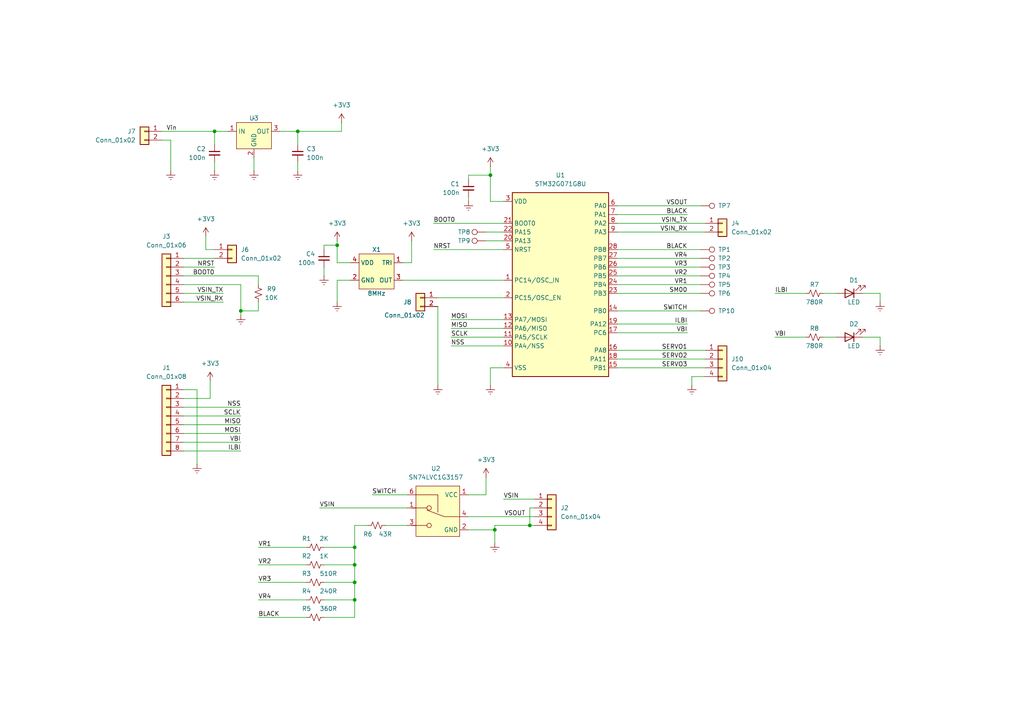
<source format=kicad_sch>
(kicad_sch (version 20250114) (generator "eeschema") (generator_version "9.0")
  (paper "A4")
  (lib_symbols
    (symbol "Connector:TestPoint" (pin_numbers (hide yes)) (pin_names (offset 0.762) (hide yes))
      (property "Reference" "TP" (at 0 6.858 0))
      (property "Value" "TestPoint" (at 0 5.08 0))
      (symbol "TestPoint_0_1"
        (circle (center 0 3.302) (radius 0.762))
      )
      (symbol "TestPoint_1_1"
        (pin passive line (at 0 0 90) (length 2.54) (name "1") (number "1"))
      )
    )
    (symbol "Connector_Generic:Conn_01x02" (pin_names (offset 1.016) (hide yes))
      (property "Reference" "J" (at 0 2.54 0))
      (property "Value" "Conn_01x02" (at 0 -5.08 0))
      (symbol "Conn_01x02_1_1"
        (rectangle (start -1.27 1.27) (end 1.27 -3.81) (stroke (width 0.254)) (fill (type background)))
        (rectangle (start -1.27 0.127) (end 0 -0.127) (stroke (width 0.1524)))
        (rectangle (start -1.27 -2.413) (end 0 -2.667) (stroke (width 0.1524)))
        (pin passive line (at -5.08 0 0) (length 3.81) (name "Pin_1") (number "1"))
        (pin passive line (at -5.08 -2.54 0) (length 3.81) (name "Pin_2") (number "2"))
      )
    )
    (symbol "Connector_Generic:Conn_01x04" (pin_names (offset 1.016) (hide yes))
      (property "Reference" "J" (at 0 5.08 0))
      (property "Value" "Conn_01x04" (at 0 -7.62 0))
      (symbol "Conn_01x04_1_1"
        (rectangle (start -1.27 3.81) (end 1.27 -6.35) (stroke (width 0.254)) (fill (type background)))
        (rectangle (start -1.27 2.667) (end 0 2.413) (stroke (width 0.1524)))
        (rectangle (start -1.27 0.127) (end 0 -0.127) (stroke (width 0.1524)))
        (rectangle (start -1.27 -2.413) (end 0 -2.667) (stroke (width 0.1524)))
        (rectangle (start -1.27 -4.953) (end 0 -5.207) (stroke (width 0.1524)))
        (pin passive line (at -5.08 2.54 0) (length 3.81) (name "Pin_1") (number "1"))
        (pin passive line (at -5.08 0 0) (length 3.81) (name "Pin_2") (number "2"))
        (pin passive line (at -5.08 -2.54 0) (length 3.81) (name "Pin_3") (number "3"))
        (pin passive line (at -5.08 -5.08 0) (length 3.81) (name "Pin_4") (number "4"))
      )
    )
    (symbol "Connector_Generic:Conn_01x06" (pin_names (offset 1.016) (hide yes))
      (property "Reference" "J" (at 0 7.62 0))
      (property "Value" "Conn_01x06" (at 0 -10.16 0))
      (symbol "Conn_01x06_1_1"
        (rectangle (start -1.27 6.35) (end 1.27 -8.89) (stroke (width 0.254)) (fill (type background)))
        (rectangle (start -1.27 5.207) (end 0 4.953) (stroke (width 0.1524)))
        (rectangle (start -1.27 2.667) (end 0 2.413) (stroke (width 0.1524)))
        (rectangle (start -1.27 0.127) (end 0 -0.127) (stroke (width 0.1524)))
        (rectangle (start -1.27 -2.413) (end 0 -2.667) (stroke (width 0.1524)))
        (rectangle (start -1.27 -4.953) (end 0 -5.207) (stroke (width 0.1524)))
        (rectangle (start -1.27 -7.493) (end 0 -7.747) (stroke (width 0.1524)))
        (pin passive line (at -5.08 5.08 0) (length 3.81) (name "Pin_1") (number "1"))
        (pin passive line (at -5.08 2.54 0) (length 3.81) (name "Pin_2") (number "2"))
        (pin passive line (at -5.08 0 0) (length 3.81) (name "Pin_3") (number "3"))
        (pin passive line (at -5.08 -2.54 0) (length 3.81) (name "Pin_4") (number "4"))
        (pin passive line (at -5.08 -5.08 0) (length 3.81) (name "Pin_5") (number "5"))
        (pin passive line (at -5.08 -7.62 0) (length 3.81) (name "Pin_6") (number "6"))
      )
    )
    (symbol "Connector_Generic:Conn_01x08" (pin_names (offset 1.016) (hide yes))
      (property "Reference" "J" (at 0 10.16 0))
      (property "Value" "Conn_01x08" (at 0 -12.7 0))
      (symbol "Conn_01x08_1_1"
        (rectangle (start -1.27 8.89) (end 1.27 -11.43) (stroke (width 0.254)) (fill (type background)))
        (rectangle (start -1.27 7.747) (end 0 7.493) (stroke (width 0.1524)))
        (rectangle (start -1.27 5.207) (end 0 4.953) (stroke (width 0.1524)))
        (rectangle (start -1.27 2.667) (end 0 2.413) (stroke (width 0.1524)))
        (rectangle (start -1.27 0.127) (end 0 -0.127) (stroke (width 0.1524)))
        (rectangle (start -1.27 -2.413) (end 0 -2.667) (stroke (width 0.1524)))
        (rectangle (start -1.27 -4.953) (end 0 -5.207) (stroke (width 0.1524)))
        (rectangle (start -1.27 -7.493) (end 0 -7.747) (stroke (width 0.1524)))
        (rectangle (start -1.27 -10.033) (end 0 -10.287) (stroke (width 0.1524)))
        (pin passive line (at -5.08 7.62 0) (length 3.81) (name "Pin_1") (number "1"))
        (pin passive line (at -5.08 5.08 0) (length 3.81) (name "Pin_2") (number "2"))
        (pin passive line (at -5.08 2.54 0) (length 3.81) (name "Pin_3") (number "3"))
        (pin passive line (at -5.08 0 0) (length 3.81) (name "Pin_4") (number "4"))
        (pin passive line (at -5.08 -2.54 0) (length 3.81) (name "Pin_5") (number "5"))
        (pin passive line (at -5.08 -5.08 0) (length 3.81) (name "Pin_6") (number "6"))
        (pin passive line (at -5.08 -7.62 0) (length 3.81) (name "Pin_7") (number "7"))
        (pin passive line (at -5.08 -10.16 0) (length 3.81) (name "Pin_8") (number "8"))
      )
    )
    (symbol "drm-discrete:Cap" (pin_numbers (hide yes)) (pin_names (offset 0.254) (hide yes))
      (property "Reference" "C" (at 0.254 1.778 0))
      (property "Value" "Cap" (at 0.254 -2.032 0))
      (symbol "Cap_0_1"
        (polyline (pts (xy -1.524 0.508) (xy 1.524 0.508)) (stroke (width 0.3048)))
        (polyline (pts (xy -1.524 -0.508) (xy 1.524 -0.508)) (stroke (width 0.3302)))
      )
      (symbol "Cap_1_1"
        (pin passive line (at 0 2.54 270) (length 2.032) (name "~") (number "1"))
        (pin passive line (at 0 -2.54 90) (length 2.032) (name "~") (number "2"))
      )
    )
    (symbol "drm-discrete:LED" (pin_numbers (hide yes)) (pin_names (offset 1.016) (hide yes))
      (property "Reference" "D" (at 0 2.54 0))
      (property "Value" "LED" (at 0 -2.54 0))
      (symbol "LED_0_1"
        (polyline (pts (xy -3.048 -0.762) (xy -4.572 -2.286) (xy -3.81 -2.286) (xy -4.572 -2.286) (xy -4.572 -1.524)))
        (polyline (pts (xy -1.778 -0.762) (xy -3.302 -2.286) (xy -2.54 -2.286) (xy -3.302 -2.286) (xy -3.302 -1.524)))
        (polyline (pts (xy -1.27 0) (xy 1.27 0)))
        (polyline (pts (xy -1.27 -1.27) (xy -1.27 1.27)) (stroke (width 0.254)))
        (polyline (pts (xy 1.27 -1.27) (xy 1.27 1.27) (xy -1.27 0) (xy 1.27 -1.27)) (stroke (width 0.254)))
      )
      (symbol "LED_1_1"
        (pin passive line (at -3.81 0 0) (length 2.54) (name "K") (number "1"))
        (pin passive line (at 3.81 0 180) (length 2.54) (name "A") (number "2"))
      )
    )
    (symbol "drm-discrete:Resistor" (pin_numbers (hide yes)) (pin_names (offset 0.254) (hide yes))
      (property "Reference" "R" (at 0.762 0.508 0))
      (property "Value" "Resistor" (at 0.762 -1.016 0))
      (symbol "Resistor_1_1"
        (polyline (pts (xy 0 1.524) (xy 1.016 1.143) (xy 0 0.762) (xy -1.016 0.381) (xy 0 0)))
        (polyline (pts (xy 0 0) (xy 1.016 -0.381) (xy 0 -0.762) (xy -1.016 -1.143) (xy 0 -1.524)))
        (pin passive line (at 0 2.54 270) (length 1.016) (name "~") (number "1"))
        (pin passive line (at 0 -2.54 90) (length 1.016) (name "~") (number "2"))
      )
    )
    (symbol "drm-ic:Analog-switch-DPST"
      (property "Reference" "U" (at 0 12.192 0))
      (property "Value" "SN74LVC1G3157" (at 0 9.906 0))
      (symbol "Analog-switch-DPST_0_1"
        (polyline (pts (xy -7.62 1.27) (xy -3.175 1.27)))
        (polyline (pts (xy -7.62 -3.81) (xy -3.175 -3.81)))
        (rectangle (start -6.35 7.62) (end 6.35 -6.985) (stroke (width 0.1524)) (fill (type background)))
        (polyline (pts (xy 6.35 -1.27) (xy 1.905 -1.27) (xy -3.175 0.635)))
      )
      (symbol "Analog-switch-DPST_1_1"
        (polyline (pts (xy -6.35 5.08) (xy 0 5.08) (xy 0 0)))
        (circle (center -2.54 1.27) (radius 0.635))
        (circle (center -2.54 -3.81) (radius 0.635))
        (pin bidirectional line (at -8.89 5.08 0) (length 2.54) (name "") (number "6"))
        (pin bidirectional line (at -8.89 1.27 0) (length 2.54) (name "") (number "1"))
        (pin bidirectional line (at -8.89 -3.81 0) (length 2.54) (name "") (number "3"))
        (pin bidirectional line (at 8.89 5.08 180) (length 2.54) (name "VCC") (number "1"))
        (pin input line (at 8.89 -1.27 180) (length 2.54) (name "") (number "4"))
        (pin bidirectional line (at 8.89 -5.08 180) (length 2.54) (name "GND") (number "2"))
      )
    )
    (symbol "drm-ic:LDO-3-pin"
      (property "Reference" "U" (at -3.556 4.826 0))
      (symbol "LDO-3-pin_0_1"
        (rectangle (start -5.08 3.81) (end 5.08 -3.81) (stroke (width 0.1524)) (fill (type background)))
      )
      (symbol "LDO-3-pin_1_1"
        (pin power_in line (at -7.62 1.27 0) (length 2.54) (name "IN") (number "1"))
        (pin power_in line (at 0 -6.35 90) (length 2.54) (name "GND") (number "2"))
        (pin power_out line (at 7.62 1.27 180) (length 2.54) (name "OUT") (number "3"))
      )
    )
    (symbol "drm-ic:OSC-module"
      (property "Reference" "X" (at -3.302 8.636 0))
      (symbol "OSC-module_0_1"
        (rectangle (start -5.08 5.08) (end 5.08 -5.08) (stroke (width 0.1524)) (fill (type background)))
      )
      (symbol "OSC-module_1_1"
        (pin power_in line (at -7.62 2.54 0) (length 2.54) (name "VDD") (number "4"))
        (pin power_in line (at -7.62 -2.54 0) (length 2.54) (name "GND") (number "2"))
        (pin output line (at 7.62 2.54 180) (length 2.54) (name "TRI") (number "1"))
        (pin output line (at 7.62 -2.54 180) (length 2.54) (name "OUT") (number "3"))
      )
    )
    (symbol "drm-ic:STM32G071G8U"
      (property "Reference" "U" (at -12.192 28.448 0))
      (property "Value" "STM32G071G8U" (at 1.778 28.194 0))
      (symbol "STM32G071G8U_0_1"
        (rectangle (start -13.97 26.67) (end 13.97 -26.67) (stroke (width 0.254)) (fill (type background)))
      )
      (symbol "STM32G071G8U_1_1"
        (pin power_in line (at -16.51 24.13 0) (length 2.54) (name "VDD") (number "3"))
        (pin input line (at -16.51 17.78 0) (length 2.54) (name "BOOT0") (number "21"))
        (pin bidirectional line (at -16.51 15.24 0) (length 2.54) (name "PA15") (number "22"))
        (pin bidirectional line (at -16.51 12.7 0) (length 2.54) (name "PA13") (number "20"))
        (pin input line (at -16.51 10.16 0) (length 2.54) (name "NRST") (number "5"))
        (pin bidirectional line (at -16.51 1.27 0) (length 2.54) (name "PC14/OSC_IN") (number "1"))
        (pin bidirectional line (at -16.51 -3.81 0) (length 2.54) (name "PC15/OSC_EN") (number "2"))
        (pin bidirectional line (at -16.51 -10.16 0) (length 2.54) (name "PA7/MOSI") (number "13"))
        (pin bidirectional line (at -16.51 -12.7 0) (length 2.54) (name "PA6/MISO") (number "12"))
        (pin bidirectional line (at -16.51 -15.24 0) (length 2.54) (name "PA5/SCLK") (number "11"))
        (pin bidirectional line (at -16.51 -17.78 0) (length 2.54) (name "PA4/NSS") (number "10"))
        (pin power_in line (at -16.51 -24.13 0) (length 2.54) (name "VSS") (number "4"))
        (pin bidirectional line (at 16.51 22.86 180) (length 2.54) (name "PA0") (number "6"))
        (pin bidirectional line (at 16.51 20.32 180) (length 2.54) (name "PA1") (number "7"))
        (pin bidirectional line (at 16.51 17.78 180) (length 2.54) (name "PA2") (number "8"))
        (pin bidirectional line (at 16.51 15.24 180) (length 2.54) (name "PA3") (number "9"))
        (pin bidirectional line (at 16.51 10.16 180) (length 2.54) (name "PB8") (number "28"))
        (pin bidirectional line (at 16.51 7.62 180) (length 2.54) (name "PB7") (number "27"))
        (pin bidirectional line (at 16.51 5.08 180) (length 2.54) (name "PB6") (number "26"))
        (pin bidirectional line (at 16.51 2.54 180) (length 2.54) (name "PB5") (number "25"))
        (pin bidirectional line (at 16.51 0 180) (length 2.54) (name "PB4") (number "24"))
        (pin bidirectional line (at 16.51 -2.54 180) (length 2.54) (name "PB3") (number "23"))
        (pin bidirectional line (at 16.51 -7.62 180) (length 2.54) (name "PB0") (number "14"))
        (pin bidirectional line (at 16.51 -11.43 180) (length 2.54) (name "PA12") (number "19"))
        (pin bidirectional line (at 16.51 -13.97 180) (length 2.54) (name "PC6") (number "17"))
        (pin bidirectional line (at 16.51 -19.05 180) (length 2.54) (name "PA8") (number "16"))
        (pin bidirectional line (at 16.51 -21.59 180) (length 2.54) (name "PA11") (number "18"))
        (pin bidirectional line (at 16.51 -24.13 180) (length 2.54) (name "PB1") (number "15"))
      )
    )
    (symbol "power:+3V3" (power) (pin_numbers (hide yes)) (pin_names (offset 0) (hide yes))
      (property "Value" "+3V3" (at 0 3.556 0))
      (symbol "+3V3_0_1"
        (polyline (pts (xy -0.762 1.27) (xy 0 2.54)))
        (polyline (pts (xy 0 2.54) (xy 0.762 1.27)))
        (polyline (pts (xy 0 0) (xy 0 2.54)))
      )
      (symbol "+3V3_1_1"
        (pin power_in line (at 0 0 90) (length 0) (name "~") (number "1"))
      )
    )
    (symbol "power:GNDREF" (power) (pin_numbers (hide yes)) (pin_names (offset 0) (hide yes))
      (property "Value" "GNDREF" (at 0 -3.81 0))
      (symbol "GNDREF_0_1"
        (polyline (pts (xy -0.635 -1.905) (xy 0.635 -1.905)))
        (polyline (pts (xy -0.127 -2.54) (xy 0.127 -2.54)))
        (polyline (pts (xy 0 -1.27) (xy 0 0)))
        (polyline (pts (xy 1.27 -1.27) (xy -1.27 -1.27)))
      )
      (symbol "GNDREF_1_1"
        (pin power_in line (at 0 0 270) (length 0) (name "~") (number "1"))
      )
    )
  )
  (junction (at 102.87 168.91))
  (junction (at 142.24 50.8))
  (junction (at 102.87 173.99))
  (junction (at 153.67 152.4))
  (junction (at 86.36 38.1))
  (junction (at 97.79 71.12))
  (junction (at 62.23 38.1))
  (junction (at 102.87 158.75))
  (junction (at 102.87 163.83))
  (junction (at 143.51 153.67))
  (junction (at 69.85 90.17))
  (wire (pts (xy 92.71 147.32) (xy 118.11 147.32)))
  (wire (pts (xy 107.95 143.51) (xy 118.11 143.51)))
  (wire (pts (xy 74.93 163.83) (xy 88.9 163.83)))
  (wire (pts (xy 238.76 97.79) (xy 242.57 97.79)))
  (wire (pts (xy 93.98 158.75) (xy 102.87 158.75)))
  (wire (pts (xy 135.89 149.86) (xy 154.94 149.86)))
  (wire (pts (xy 74.93 173.99) (xy 88.9 173.99)))
  (wire (pts (xy 53.34 118.11) (xy 69.85 118.11)))
  (wire (pts (xy 74.93 179.07) (xy 88.9 179.07)))
  (wire (pts (xy 93.98 71.12) (xy 97.79 71.12)))
  (wire (pts (xy 119.38 69.85) (xy 119.38 76.2)))
  (wire (pts (xy 179.07 101.6) (xy 204.47 101.6)))
  (wire (pts (xy 53.34 82.55) (xy 69.85 82.55)))
  (wire (pts (xy 59.69 72.39) (xy 59.69 68.58)))
  (wire (pts (xy 97.79 81.28) (xy 97.79 87.63)))
  (wire (pts (xy 179.07 80.01) (xy 203.2 80.01)))
  (wire (pts (xy 154.94 152.4) (xy 153.67 152.4)))
  (wire (pts (xy 81.28 38.1) (xy 86.36 38.1)))
  (wire (pts (xy 130.81 100.33) (xy 146.05 100.33)))
  (wire (pts (xy 140.97 67.31) (xy 146.05 67.31)))
  (wire (pts (xy 73.66 45.72) (xy 73.66 49.53)))
  (wire (pts (xy 135.89 52.07) (xy 135.89 50.8)))
  (wire (pts (xy 179.07 77.47) (xy 203.2 77.47)))
  (wire (pts (xy 135.89 153.67) (xy 143.51 153.67)))
  (wire (pts (xy 146.05 144.78) (xy 154.94 144.78)))
  (wire (pts (xy 179.07 85.09) (xy 203.2 85.09)))
  (wire (pts (xy 53.34 130.81) (xy 69.85 130.81)))
  (wire (pts (xy 46.99 38.1) (xy 62.23 38.1)))
  (wire (pts (xy 238.76 85.09) (xy 242.57 85.09)))
  (wire (pts (xy 53.34 125.73) (xy 69.85 125.73)))
  (wire (pts (xy 102.87 173.99) (xy 102.87 168.91)))
  (wire (pts (xy 179.07 74.93) (xy 203.2 74.93)))
  (wire (pts (xy 140.97 138.43) (xy 140.97 143.51)))
  (wire (pts (xy 99.06 35.56) (xy 99.06 38.1)))
  (wire (pts (xy 142.24 58.42) (xy 142.24 50.8)))
  (wire (pts (xy 111.76 152.4) (xy 118.11 152.4)))
  (wire (pts (xy 102.87 158.75) (xy 102.87 152.4)))
  (wire (pts (xy 154.94 147.32) (xy 153.67 147.32)))
  (wire (pts (xy 62.23 46.99) (xy 62.23 49.53)))
  (wire (pts (xy 53.34 115.57) (xy 60.96 115.57)))
  (wire (pts (xy 93.98 179.07) (xy 102.87 179.07)))
  (wire (pts (xy 74.93 158.75) (xy 88.9 158.75)))
  (wire (pts (xy 49.53 40.64) (xy 49.53 49.53)))
  (wire (pts (xy 62.23 72.39) (xy 59.69 72.39)))
  (wire (pts (xy 53.34 74.93) (xy 62.23 74.93)))
  (wire (pts (xy 127 88.9) (xy 127 111.76)))
  (wire (pts (xy 101.6 76.2) (xy 97.79 76.2)))
  (wire (pts (xy 130.81 92.71) (xy 146.05 92.71)))
  (wire (pts (xy 143.51 153.67) (xy 143.51 152.4)))
  (wire (pts (xy 69.85 82.55) (xy 69.85 90.17)))
  (wire (pts (xy 125.73 72.39) (xy 146.05 72.39)))
  (wire (pts (xy 142.24 106.68) (xy 142.24 111.76)))
  (wire (pts (xy 57.15 113.03) (xy 57.15 134.62)))
  (wire (pts (xy 146.05 58.42) (xy 142.24 58.42)))
  (wire (pts (xy 179.07 72.39) (xy 203.2 72.39)))
  (wire (pts (xy 66.04 38.1) (xy 62.23 38.1)))
  (wire (pts (xy 142.24 50.8) (xy 142.24 48.26)))
  (wire (pts (xy 153.67 147.32) (xy 153.67 152.4)))
  (wire (pts (xy 93.98 163.83) (xy 102.87 163.83)))
  (wire (pts (xy 74.93 80.01) (xy 74.93 82.55)))
  (wire (pts (xy 179.07 90.17) (xy 203.2 90.17)))
  (wire (pts (xy 86.36 38.1) (xy 86.36 41.91)))
  (wire (pts (xy 93.98 72.39) (xy 93.98 71.12)))
  (wire (pts (xy 46.99 40.64) (xy 49.53 40.64)))
  (wire (pts (xy 116.84 81.28) (xy 146.05 81.28)))
  (wire (pts (xy 102.87 179.07) (xy 102.87 173.99)))
  (wire (pts (xy 135.89 143.51) (xy 140.97 143.51)))
  (wire (pts (xy 179.07 82.55) (xy 203.2 82.55)))
  (wire (pts (xy 53.34 80.01) (xy 74.93 80.01)))
  (wire (pts (xy 204.47 109.22) (xy 200.66 109.22)))
  (wire (pts (xy 179.07 93.98) (xy 199.39 93.98)))
  (wire (pts (xy 53.34 123.19) (xy 69.85 123.19)))
  (wire (pts (xy 179.07 59.69) (xy 203.2 59.69)))
  (wire (pts (xy 130.81 95.25) (xy 146.05 95.25)))
  (wire (pts (xy 97.79 71.12) (xy 97.79 76.2)))
  (wire (pts (xy 224.79 85.09) (xy 233.68 85.09)))
  (wire (pts (xy 53.34 87.63) (xy 64.77 87.63)))
  (wire (pts (xy 179.07 64.77) (xy 204.47 64.77)))
  (wire (pts (xy 125.73 64.77) (xy 146.05 64.77)))
  (wire (pts (xy 93.98 168.91) (xy 102.87 168.91)))
  (wire (pts (xy 102.87 168.91) (xy 102.87 163.83)))
  (wire (pts (xy 74.93 90.17) (xy 69.85 90.17)))
  (wire (pts (xy 53.34 77.47) (xy 62.23 77.47)))
  (wire (pts (xy 179.07 106.68) (xy 204.47 106.68)))
  (wire (pts (xy 250.19 97.79) (xy 255.27 97.79)))
  (wire (pts (xy 143.51 152.4) (xy 153.67 152.4)))
  (wire (pts (xy 200.66 109.22) (xy 200.66 111.76)))
  (wire (pts (xy 135.89 57.15) (xy 135.89 58.42)))
  (wire (pts (xy 135.89 50.8) (xy 142.24 50.8)))
  (wire (pts (xy 74.93 168.91) (xy 88.9 168.91)))
  (wire (pts (xy 86.36 46.99) (xy 86.36 49.53)))
  (wire (pts (xy 69.85 90.17) (xy 69.85 91.44)))
  (wire (pts (xy 143.51 153.67) (xy 143.51 157.48)))
  (wire (pts (xy 130.81 97.79) (xy 146.05 97.79)))
  (wire (pts (xy 179.07 62.23) (xy 199.39 62.23)))
  (wire (pts (xy 179.07 67.31) (xy 204.47 67.31)))
  (wire (pts (xy 102.87 152.4) (xy 106.68 152.4)))
  (wire (pts (xy 93.98 77.47) (xy 93.98 80.01)))
  (wire (pts (xy 102.87 163.83) (xy 102.87 158.75)))
  (wire (pts (xy 86.36 38.1) (xy 99.06 38.1)))
  (wire (pts (xy 53.34 85.09) (xy 64.77 85.09)))
  (wire (pts (xy 116.84 76.2) (xy 119.38 76.2)))
  (wire (pts (xy 146.05 106.68) (xy 142.24 106.68)))
  (wire (pts (xy 97.79 69.85) (xy 97.79 71.12)))
  (wire (pts (xy 74.93 87.63) (xy 74.93 90.17)))
  (wire (pts (xy 53.34 120.65) (xy 69.85 120.65)))
  (wire (pts (xy 53.34 113.03) (xy 57.15 113.03)))
  (wire (pts (xy 179.07 96.52) (xy 199.39 96.52)))
  (wire (pts (xy 179.07 104.14) (xy 204.47 104.14)))
  (wire (pts (xy 255.27 85.09) (xy 255.27 87.63)))
  (wire (pts (xy 140.97 69.85) (xy 146.05 69.85)))
  (wire (pts (xy 53.34 128.27) (xy 69.85 128.27)))
  (wire (pts (xy 250.19 85.09) (xy 255.27 85.09)))
  (wire (pts (xy 224.79 97.79) (xy 233.68 97.79)))
  (wire (pts (xy 255.27 97.79) (xy 255.27 100.33)))
  (wire (pts (xy 62.23 38.1) (xy 62.23 41.91)))
  (wire (pts (xy 93.98 173.99) (xy 102.87 173.99)))
  (wire (pts (xy 60.96 115.57) (xy 60.96 110.49)))
  (wire (pts (xy 127 86.36) (xy 146.05 86.36)))
  (wire (pts (xy 101.6 81.28) (xy 97.79 81.28)))
  (label "VR4" (at 74.93 173.99 0))
  (label "VR2" (at 199.39 80.01 180))
  (label "VSOUT" (at 199.39 59.69 180))
  (label "MOSI" (at 69.85 125.73 180))
  (label "SWITCH" (at 107.95 143.51 0))
  (label "Vin" (at 48.26 38.1 0))
  (label "SERVO2" (at 199.39 104.14 180))
  (label "ILBI" (at 69.85 130.81 180))
  (label "VR1" (at 74.93 158.75 0))
  (label "VSOUT" (at 152.4 149.86 180))
  (label "NRST" (at 125.73 72.39 0))
  (label "SCLK" (at 130.81 97.79 0))
  (label "MOSI" (at 130.81 92.71 0))
  (label "VR2" (at 74.93 163.83 0))
  (label "VSIN_RX" (at 64.77 87.63 180))
  (label "SERVO1" (at 199.39 101.6 180))
  (label "BOOT0" (at 62.23 80.01 180))
  (label "SCLK" (at 69.85 120.65 180))
  (label "NSS" (at 130.81 100.33 0))
  (label "BOOT0" (at 125.73 64.77 0))
  (label "MISO" (at 130.81 95.25 0))
  (label "VSIN" (at 146.05 144.78 0))
  (label "SM00" (at 199.39 85.09 180))
  (label "BLACK" (at 74.93 179.07 0))
  (label "NRST" (at 62.23 77.47 180))
  (label "VSIN" (at 92.71 147.32 0))
  (label "VBI" (at 224.79 97.79 0))
  (label "VSIN_TX" (at 199.39 64.77 180))
  (label "SWITCH" (at 199.39 90.17 180))
  (label "VBI" (at 199.39 96.52 180))
  (label "VR3" (at 74.93 168.91 0))
  (label "MISO" (at 69.85 123.19 180))
  (label "VR1" (at 199.39 82.55 180))
  (label "VR4" (at 199.39 74.93 180))
  (label "BLACK" (at 199.39 62.23 180))
  (label "ILBI" (at 199.39 93.98 180))
  (label "VSIN_RX" (at 199.39 67.31 180))
  (label "VR3" (at 199.39 77.47 180))
  (label "VSIN_TX" (at 64.77 85.09 180))
  (label "NSS" (at 69.85 118.11 180))
  (label "BLACK" (at 199.39 72.39 180))
  (label "VBI" (at 69.85 128.27 180))
  (label "ILBI" (at 224.79 85.09 0))
  (label "SERVO3" (at 199.39 106.68 180))
  (symbol (lib_id "drm-discrete:Resistor") (at 91.44 179.07 90) (unit 1)
    (property "Reference" "R5" (at 88.9 176.53 90))
    (property "Value" "360R" (at 95.25 176.53 90))
    (property "Description" "Resistor, small US symbol" (effects (hide yes)))
  )
  (symbol (lib_id "drm-discrete:Resistor") (at 236.22 97.79 90) (unit 1)
    (property "Reference" "R8" (at 236.22 95.25 90))
    (property "Value" "780R" (at 236.22 100.33 90))
    (property "Description" "Resistor, small US symbol" (effects (hide yes)))
  )
  (symbol (lib_id "Connector:TestPoint") (at 203.2 59.69 270) (unit 1)
    (property "Reference" "TP7" (at 208.28 59.6899 90) (effects (justify left)))
    (property "Value" "TestPoint" (effects (hide yes)))
    (property "Description" "test point" (effects (hide yes)))
  )
  (symbol (lib_id "Connector_Generic:Conn_01x04") (at 209.55 104.14 0) (unit 1)
    (property "Reference" "J10" (at 212.09 104.1399 0) (effects (justify left)))
    (property "Value" "Conn_01x04" (at 212.09 106.6799 0) (effects (justify left)))
    (property "Description" "Generic connector, single row, 01x04, script generated (kicad-library-utils/schlib/autogen/connector/)" (effects (hide yes)))
  )
  (symbol (lib_id "drm-discrete:Cap") (at 86.36 44.45 0) (mirror y) (unit 1)
    (property "Reference" "C3" (at 88.9 43.1862 0) (effects (justify right)))
    (property "Value" "100n" (at 88.9 45.7262 0) (effects (justify right)))
    (property "Description" "Unpolarized capacitor, small symbol" (effects (hide yes)))
  )
  (symbol (lib_id "power:GNDREF") (at 62.23 49.53 0) (unit 1)
    (property "Reference" "#PWR07" (effects (hide yes)))
    (property "Value" "GNDREF" (effects (hide yes)))
    (property "Description" "Power symbol creates a global label with name \"GNDREF\" , reference supply ground" (effects (hide yes)))
  )
  (symbol (lib_id "drm-discrete:Cap") (at 62.23 44.45 0) (unit 1)
    (property "Reference" "C2" (at 59.69 43.1862 0) (effects (justify right)))
    (property "Value" "100n" (at 59.69 45.7262 0) (effects (justify right)))
    (property "Description" "Unpolarized capacitor, small symbol" (effects (hide yes)))
  )
  (symbol (lib_id "drm-discrete:Resistor") (at 91.44 158.75 90) (unit 1)
    (property "Reference" "R1" (at 88.9 156.21 90))
    (property "Value" "2K" (at 93.98 156.21 90))
    (property "Description" "Resistor, small US symbol" (effects (hide yes)))
  )
  (symbol (lib_id "Connector_Generic:Conn_01x02") (at 209.55 64.77 0) (unit 1)
    (property "Reference" "J4" (at 212.09 64.7699 0) (effects (justify left)))
    (property "Value" "Conn_01x02" (at 212.09 67.3099 0) (effects (justify left)))
    (property "Description" "Generic connector, single row, 01x02, script generated (kicad-library-utils/schlib/autogen/connector/)" (effects (hide yes)))
  )
  (symbol (lib_id "Connector:TestPoint") (at 203.2 77.47 270) (unit 1)
    (property "Reference" "TP3" (at 208.28 77.4699 90) (effects (justify left)))
    (property "Value" "TestPoint" (effects (hide yes)))
    (property "Description" "test point" (effects (hide yes)))
  )
  (symbol (lib_id "power:GNDREF") (at 69.85 91.44 0) (unit 1)
    (property "Reference" "#PWR012" (effects (hide yes)))
    (property "Value" "GNDREF" (effects (hide yes)))
    (property "Description" "Power symbol creates a global label with name \"GNDREF\" , reference supply ground" (effects (hide yes)))
  )
  (symbol (lib_id "Connector_Generic:Conn_01x06") (at 48.26 80.01 0) (mirror y) (unit 1)
    (property "Reference" "J3" (at 48.26 68.58 0))
    (property "Value" "Conn_01x06" (at 48.26 71.12 0))
    (property "Description" "Generic connector, single row, 01x06, script generated (kicad-library-utils/schlib/autogen/connector/)" (effects (hide yes)))
  )
  (symbol (lib_id "Connector:TestPoint") (at 203.2 80.01 270) (unit 1)
    (property "Reference" "TP4" (at 208.28 80.0099 90) (effects (justify left)))
    (property "Value" "TestPoint" (effects (hide yes)))
    (property "Description" "test point" (effects (hide yes)))
  )
  (symbol (lib_id "power:GNDREF") (at 200.66 111.76 0) (unit 1)
    (property "Reference" "#PWR019" (effects (hide yes)))
    (property "Value" "GNDREF" (effects (hide yes)))
    (property "Description" "Power symbol creates a global label with name \"GNDREF\" , reference supply ground" (effects (hide yes)))
  )
  (symbol (lib_id "drm-discrete:Resistor") (at 91.44 163.83 90) (unit 1)
    (property "Reference" "R2" (at 88.9 161.29 90))
    (property "Value" "1K" (at 93.98 161.29 90))
    (property "Description" "Resistor, small US symbol" (effects (hide yes)))
  )
  (symbol (lib_id "Connector:TestPoint") (at 203.2 90.17 270) (unit 1)
    (property "Reference" "TP10" (at 208.28 90.1699 90) (effects (justify left)))
    (property "Value" "TestPoint" (effects (hide yes)))
    (property "Description" "test point" (effects (hide yes)))
  )
  (symbol (lib_id "power:GNDREF") (at 73.66 49.53 0) (unit 1)
    (property "Reference" "#PWR09" (effects (hide yes)))
    (property "Value" "GNDREF" (effects (hide yes)))
    (property "Description" "Power symbol creates a global label with name \"GNDREF\" , reference supply ground" (effects (hide yes)))
  )
  (symbol (lib_id "power:GNDREF") (at 97.79 87.63 0) (unit 1)
    (property "Reference" "#PWR015" (effects (hide yes)))
    (property "Value" "GNDREF" (effects (hide yes)))
    (property "Description" "Power symbol creates a global label with name \"GNDREF\" , reference supply ground" (effects (hide yes)))
  )
  (symbol (lib_id "Connector:TestPoint") (at 140.97 69.85 90) (unit 1)
    (property "Reference" "TP9" (at 134.62 69.85 90))
    (property "Value" "TestPoint" (effects (hide yes)))
    (property "Description" "test point" (effects (hide yes)))
  )
  (symbol (lib_id "drm-discrete:Resistor") (at 91.44 173.99 90) (unit 1)
    (property "Reference" "R4" (at 88.9 171.45 90))
    (property "Value" "240R" (at 95.25 171.45 90))
    (property "Description" "Resistor, small US symbol" (effects (hide yes)))
  )
  (symbol (lib_id "power:GNDREF") (at 86.36 49.53 0) (unit 1)
    (property "Reference" "#PWR08" (effects (hide yes)))
    (property "Value" "GNDREF" (effects (hide yes)))
    (property "Description" "Power symbol creates a global label with name \"GNDREF\" , reference supply ground" (effects (hide yes)))
  )
  (symbol (lib_id "power:GNDREF") (at 127 111.76 0) (unit 1)
    (property "Reference" "#PWR04" (effects (hide yes)))
    (property "Value" "GNDREF" (effects (hide yes)))
    (property "Description" "Power symbol creates a global label with name \"GNDREF\" , reference supply ground" (effects (hide yes)))
  )
  (symbol (lib_id "Connector:TestPoint") (at 140.97 67.31 90) (unit 1)
    (property "Reference" "TP8" (at 134.62 67.31 90))
    (property "Value" "TestPoint" (effects (hide yes)))
    (property "Description" "test point" (effects (hide yes)))
  )
  (symbol (lib_id "power:+3V3") (at 142.24 48.26 0) (unit 1)
    (property "Reference" "#PWR02" (effects (hide yes)))
    (property "Value" "+3V3" (at 142.24 43.18 0))
    (property "Description" "Power symbol creates a global label with name \"+3V3\"" (effects (hide yes)))
  )
  (symbol (lib_id "drm-discrete:Resistor") (at 109.22 152.4 90) (unit 1)
    (property "Reference" "R6" (at 106.68 154.94 90))
    (property "Value" "43R" (at 111.76 154.94 90))
    (property "Description" "Resistor, small US symbol" (effects (hide yes)))
  )
  (symbol (lib_id "Connector_Generic:Conn_01x02") (at 67.31 72.39 0) (unit 1)
    (property "Reference" "J6" (at 69.85 72.3899 0) (effects (justify left)))
    (property "Value" "Conn_01x02" (at 69.85 74.9299 0) (effects (justify left)))
    (property "Description" "Generic connector, single row, 01x02, script generated (kicad-library-utils/schlib/autogen/connector/)" (effects (hide yes)))
  )
  (symbol (lib_id "power:GNDREF") (at 93.98 80.01 0) (unit 1)
    (property "Reference" "#PWR022" (effects (hide yes)))
    (property "Value" "GNDREF" (effects (hide yes)))
    (property "Description" "Power symbol creates a global label with name \"GNDREF\" , reference supply ground" (effects (hide yes)))
  )
  (symbol (lib_id "drm-discrete:Cap") (at 93.98 74.93 0) (unit 1)
    (property "Reference" "C4" (at 91.44 73.6662 0) (effects (justify right)))
    (property "Value" "100n" (at 91.44 76.2062 0) (effects (justify right)))
    (property "Description" "Unpolarized capacitor, small symbol" (effects (hide yes)))
  )
  (symbol (lib_id "drm-ic:STM32G071G8U") (at 162.56 82.55 0) (unit 1)
    (property "Reference" "U1" (at 162.56 50.8 0))
    (property "Value" "STM32G071G8U" (at 162.56 53.34 0))
    (property "Datasheet" "https://www.st.com/resource/en/datasheet/stm32g071c8.pdf" (effects (hide yes)))
    (property "Description" "ARM® Cortex®-M0+ STM32G0 Microcontroller" (effects (hide yes)))
    (property "PARTNO" "STM32G071G8U6TR" (effects (hide yes)))
    (property "DK" "497-STM32G071G8U6CT-ND" (effects (hide yes)))
  )
  (symbol (lib_id "power:GNDREF") (at 255.27 100.33 0) (unit 1)
    (property "Reference" "#PWR021" (effects (hide yes)))
    (property "Value" "GNDREF" (effects (hide yes)))
    (property "Description" "Power symbol creates a global label with name \"GNDREF\" , reference supply ground" (effects (hide yes)))
  )
  (symbol (lib_id "power:GNDREF") (at 57.15 134.62 0) (unit 1)
    (property "Reference" "#PWR013" (effects (hide yes)))
    (property "Value" "GNDREF" (effects (hide yes)))
    (property "Description" "Power symbol creates a global label with name \"GNDREF\" , reference supply ground" (effects (hide yes)))
  )
  (symbol (lib_id "drm-discrete:Resistor") (at 236.22 85.09 90) (unit 1)
    (property "Reference" "R7" (at 236.22 82.55 90))
    (property "Value" "780R" (at 236.22 87.63 90))
    (property "Description" "Resistor, small US symbol" (effects (hide yes)))
  )
  (symbol (lib_id "drm-discrete:Resistor") (at 91.44 168.91 90) (unit 1)
    (property "Reference" "R3" (at 88.9 166.37 90))
    (property "Value" "510R" (at 95.25 166.37 90))
    (property "Description" "Resistor, small US symbol" (effects (hide yes)))
  )
  (symbol (lib_id "power:GNDREF") (at 142.24 111.76 0) (unit 1)
    (property "Reference" "#PWR01" (effects (hide yes)))
    (property "Value" "GNDREF" (effects (hide yes)))
    (property "Description" "Power symbol creates a global label with name \"GNDREF\" , reference supply ground" (effects (hide yes)))
  )
  (symbol (lib_id "power:GNDREF") (at 143.51 157.48 0) (mirror y) (unit 1)
    (property "Reference" "#PWR05" (effects (hide yes)))
    (property "Value" "GNDREF" (effects (hide yes)))
    (property "Description" "Power symbol creates a global label with name \"GNDREF\" , reference supply ground" (effects (hide yes)))
  )
  (symbol (lib_id "power:+3V3") (at 99.06 35.56 0) (unit 1)
    (property "Reference" "#PWR010" (effects (hide yes)))
    (property "Value" "+3V3" (at 99.06 30.48 0))
    (property "Description" "Power symbol creates a global label with name \"+3V3\"" (effects (hide yes)))
  )
  (symbol (lib_id "drm-ic:Analog-switch-DPST") (at 127 148.59 0) (unit 1)
    (property "Reference" "U2" (at 126.4031 135.89 0))
    (property "Value" "SN74LVC1G3157" (at 126.4031 138.43 0))
    (property "Footprint" "Package_TO_SOT_SMD:SOT-23-6_Handsoldering" (effects (hide yes)))
    (property "Datasheet" "https://www.ti.com/lit/ds/symlink/sn74lvc1g3157.pdf" (effects (hide yes)))
    (property "Description" "Analog switch DPST" (effects (hide yes)))
    (property "PARTNO" "SN74LVC1G3157DCKR" (effects (hide yes)))
    (property "DK" "296-14909-1-ND" (effects (hide yes)))
  )
  (symbol (lib_id "power:+3V3") (at 140.97 138.43 0) (unit 1)
    (property "Reference" "#PWR06" (effects (hide yes)))
    (property "Value" "+3V3" (at 140.97 133.35 0))
    (property "Description" "Power symbol creates a global label with name \"+3V3\"" (effects (hide yes)))
  )
  (symbol (lib_id "drm-discrete:LED") (at 246.38 85.09 180) (unit 1)
    (property "Reference" "D1" (at 247.65 81.28 0))
    (property "Value" "LED" (at 247.65 87.63 0))
    (property "Description" "Light emitting diode" (effects (hide yes)))
  )
  (symbol (lib_id "power:+3V3") (at 97.79 69.85 0) (unit 1)
    (property "Reference" "#PWR016" (effects (hide yes)))
    (property "Value" "+3V3" (at 97.79 64.77 0))
    (property "Description" "Power symbol creates a global label with name \"+3V3\"" (effects (hide yes)))
  )
  (symbol (lib_id "power:+3V3") (at 60.96 110.49 0) (unit 1)
    (property "Reference" "#PWR014" (effects (hide yes)))
    (property "Value" "+3V3" (at 60.96 105.41 0))
    (property "Description" "Power symbol creates a global label with name \"+3V3\"" (effects (hide yes)))
  )
  (symbol (lib_id "power:+3V3") (at 59.69 68.58 0) (unit 1)
    (property "Reference" "#PWR011" (effects (hide yes)))
    (property "Value" "+3V3" (at 59.69 63.5 0))
    (property "Description" "Power symbol creates a global label with name \"+3V3\"" (effects (hide yes)))
  )
  (symbol (lib_id "drm-discrete:Cap") (at 135.89 54.61 0) (unit 1)
    (property "Reference" "C1" (at 133.35 53.3462 0) (effects (justify right)))
    (property "Value" "100n" (at 133.35 55.8862 0) (effects (justify right)))
    (property "Description" "Unpolarized capacitor, small symbol" (effects (hide yes)))
  )
  (symbol (lib_id "power:GNDREF") (at 135.89 58.42 0) (unit 1)
    (property "Reference" "#PWR03" (effects (hide yes)))
    (property "Value" "GNDREF" (effects (hide yes)))
    (property "Description" "Power symbol creates a global label with name \"GNDREF\" , reference supply ground" (effects (hide yes)))
  )
  (symbol (lib_id "drm-ic:LDO-3-pin") (at 73.66 39.37 0) (unit 1)
    (property "Reference" "U3" (at 73.66 34.29 0))
    (property "Value" "~" (at 73.66 34.29 0))
    (property "Footprint" "Package_TO_SOT_SMD:SOT-223" (effects (hide yes)))
  )
  (symbol (lib_id "power:GNDREF") (at 255.27 87.63 0) (unit 1)
    (property "Reference" "#PWR020" (effects (hide yes)))
    (property "Value" "GNDREF" (effects (hide yes)))
    (property "Description" "Power symbol creates a global label with name \"GNDREF\" , reference supply ground" (effects (hide yes)))
  )
  (symbol (lib_id "Connector_Generic:Conn_01x08") (at 48.26 120.65 0) (mirror y) (unit 1)
    (property "Reference" "J1" (at 48.26 106.68 0))
    (property "Value" "Conn_01x08" (at 48.26 109.22 0))
    (property "Description" "Generic connector, single row, 01x08, script generated (kicad-library-utils/schlib/autogen/connector/)" (effects (hide yes)))
  )
  (symbol (lib_id "Connector_Generic:Conn_01x02") (at 121.92 86.36 0) (mirror y) (unit 1)
    (property "Reference" "J8" (at 119.38 87.63 0) (effects (justify left)))
    (property "Value" "Conn_01x02" (at 123.19 91.44 0) (effects (justify left)))
    (property "Description" "Generic connector, single row, 01x02, script generated (kicad-library-utils/schlib/autogen/connector/)" (effects (hide yes)))
  )
  (symbol (lib_id "Connector:TestPoint") (at 203.2 74.93 270) (unit 1)
    (property "Reference" "TP2" (at 208.28 74.9299 90) (effects (justify left)))
    (property "Value" "TestPoint" (effects (hide yes)))
    (property "Description" "test point" (effects (hide yes)))
  )
  (symbol (lib_id "power:+3V3") (at 119.38 69.85 0) (unit 1)
    (property "Reference" "#PWR017" (effects (hide yes)))
    (property "Value" "+3V3" (at 119.38 64.77 0))
    (property "Description" "Power symbol creates a global label with name \"+3V3\"" (effects (hide yes)))
  )
  (symbol (lib_id "drm-ic:OSC-module") (at 109.22 78.74 0) (unit 1)
    (property "Reference" "X1" (at 109.22 72.39 0))
    (property "Value" "8MHz" (at 109.22 85.09 0))
    (property "Datasheet" "https://ecsxtal.com/store/pdf/ecs-2025-2033.pdf" (effects (hide yes)))
    (property "Description" "Oscillator Module" (effects (hide yes)))
    (property "PARTNO" "  ECS-2033-080-AU" (effects (hide yes)))
    (property "DK" "XC1852CT-ND" (effects (hide yes)))
  )
  (symbol (lib_id "drm-discrete:Resistor") (at 74.93 85.09 180) (unit 1)
    (property "Reference" "R9" (at 78.74 83.82 0))
    (property "Value" "10K" (at 78.74 86.36 0))
    (property "Description" "Resistor, small US symbol" (effects (hide yes)))
  )
  (symbol (lib_id "Connector:TestPoint") (at 203.2 85.09 270) (unit 1)
    (property "Reference" "TP6" (at 208.28 85.0899 90) (effects (justify left)))
    (property "Value" "TestPoint" (effects (hide yes)))
    (property "Description" "test point" (effects (hide yes)))
  )
  (symbol (lib_id "Connector_Generic:Conn_01x02") (at 41.91 38.1 0) (mirror y) (unit 1)
    (property "Reference" "J7" (at 39.37 38.0999 0) (effects (justify left)))
    (property "Value" "Conn_01x02" (at 39.37 40.6399 0) (effects (justify left)))
    (property "Description" "Generic connector, single row, 01x02, script generated (kicad-library-utils/schlib/autogen/connector/)" (effects (hide yes)))
  )
  (symbol (lib_id "power:GNDREF") (at 49.53 49.53 0) (unit 1)
    (property "Reference" "#PWR018" (effects (hide yes)))
    (property "Value" "GNDREF" (effects (hide yes)))
    (property "Description" "Power symbol creates a global label with name \"GNDREF\" , reference supply ground" (effects (hide yes)))
  )
  (symbol (lib_id "Connector_Generic:Conn_01x04") (at 160.02 147.32 0) (unit 1)
    (property "Reference" "J2" (at 162.56 147.3199 0) (effects (justify left)))
    (property "Value" "Conn_01x04" (at 162.56 149.8599 0) (effects (justify left)))
    (property "Description" "Generic connector, single row, 01x04, script generated (kicad-library-utils/schlib/autogen/connector/)" (effects (hide yes)))
  )
  (symbol (lib_id "Connector:TestPoint") (at 203.2 82.55 270) (unit 1)
    (property "Reference" "TP5" (at 208.28 82.5499 90) (effects (justify left)))
    (property "Value" "TestPoint" (effects (hide yes)))
    (property "Description" "test point" (effects (hide yes)))
  )
  (symbol (lib_id "drm-discrete:LED") (at 246.38 97.79 180) (unit 1)
    (property "Reference" "D2" (at 247.65 93.98 0))
    (property "Value" "LED" (at 247.65 100.33 0))
    (property "Description" "Light emitting diode" (effects (hide yes)))
  )
  (symbol (lib_id "Connector:TestPoint") (at 203.2 72.39 270) (unit 1)
    (property "Reference" "TP1" (at 208.28 72.3899 90) (effects (justify left)))
    (property "Value" "TestPoint" (effects (hide yes)))
    (property "Description" "test point" (effects (hide yes)))
  )
)
</source>
